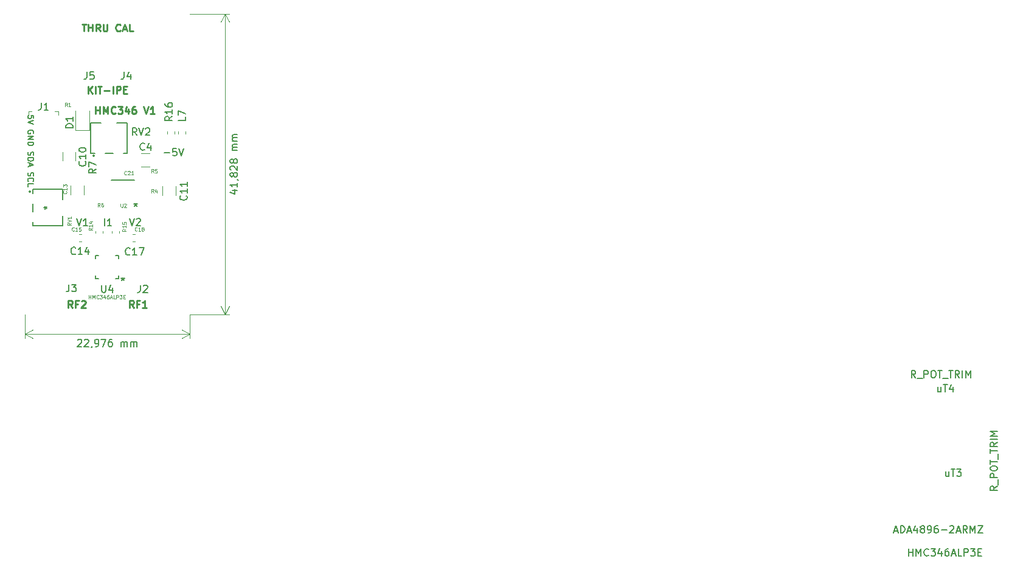
<source format=gbr>
%TF.GenerationSoftware,KiCad,Pcbnew,5.1.5-52549c5~84~ubuntu18.04.1*%
%TF.CreationDate,2020-02-04T18:59:04+01:00*%
%TF.ProjectId,HMC_RF_IPE,484d435f-5246-45f4-9950-452e6b696361,rev?*%
%TF.SameCoordinates,Original*%
%TF.FileFunction,Legend,Top*%
%TF.FilePolarity,Positive*%
%FSLAX46Y46*%
G04 Gerber Fmt 4.6, Leading zero omitted, Abs format (unit mm)*
G04 Created by KiCad (PCBNEW 5.1.5-52549c5~84~ubuntu18.04.1) date 2020-02-04 18:59:04*
%MOMM*%
%LPD*%
G04 APERTURE LIST*
%ADD10C,0.125000*%
%ADD11C,0.250000*%
%ADD12C,0.150000*%
%ADD13C,0.120000*%
%ADD14C,0.200000*%
%ADD15C,0.152400*%
%ADD16C,0.100000*%
G04 APERTURE END LIST*
D10*
X139819600Y-96509390D02*
X139819600Y-96009390D01*
X139819600Y-96247485D02*
X140105314Y-96247485D01*
X140105314Y-96509390D02*
X140105314Y-96009390D01*
X140343410Y-96509390D02*
X140343410Y-96009390D01*
X140510076Y-96366533D01*
X140676743Y-96009390D01*
X140676743Y-96509390D01*
X141200552Y-96461771D02*
X141176743Y-96485580D01*
X141105314Y-96509390D01*
X141057695Y-96509390D01*
X140986267Y-96485580D01*
X140938648Y-96437961D01*
X140914838Y-96390342D01*
X140891029Y-96295104D01*
X140891029Y-96223676D01*
X140914838Y-96128438D01*
X140938648Y-96080819D01*
X140986267Y-96033200D01*
X141057695Y-96009390D01*
X141105314Y-96009390D01*
X141176743Y-96033200D01*
X141200552Y-96057009D01*
X141367219Y-96009390D02*
X141676743Y-96009390D01*
X141510076Y-96199866D01*
X141581505Y-96199866D01*
X141629124Y-96223676D01*
X141652933Y-96247485D01*
X141676743Y-96295104D01*
X141676743Y-96414152D01*
X141652933Y-96461771D01*
X141629124Y-96485580D01*
X141581505Y-96509390D01*
X141438648Y-96509390D01*
X141391029Y-96485580D01*
X141367219Y-96461771D01*
X142105314Y-96176057D02*
X142105314Y-96509390D01*
X141986267Y-95985580D02*
X141867219Y-96342723D01*
X142176743Y-96342723D01*
X142581505Y-96009390D02*
X142486267Y-96009390D01*
X142438648Y-96033200D01*
X142414838Y-96057009D01*
X142367219Y-96128438D01*
X142343410Y-96223676D01*
X142343410Y-96414152D01*
X142367219Y-96461771D01*
X142391029Y-96485580D01*
X142438648Y-96509390D01*
X142533886Y-96509390D01*
X142581505Y-96485580D01*
X142605314Y-96461771D01*
X142629124Y-96414152D01*
X142629124Y-96295104D01*
X142605314Y-96247485D01*
X142581505Y-96223676D01*
X142533886Y-96199866D01*
X142438648Y-96199866D01*
X142391029Y-96223676D01*
X142367219Y-96247485D01*
X142343410Y-96295104D01*
X142819600Y-96366533D02*
X143057695Y-96366533D01*
X142771981Y-96509390D02*
X142938648Y-96009390D01*
X143105314Y-96509390D01*
X143510076Y-96509390D02*
X143271981Y-96509390D01*
X143271981Y-96009390D01*
X143676743Y-96509390D02*
X143676743Y-96009390D01*
X143867219Y-96009390D01*
X143914838Y-96033200D01*
X143938648Y-96057009D01*
X143962457Y-96104628D01*
X143962457Y-96176057D01*
X143938648Y-96223676D01*
X143914838Y-96247485D01*
X143867219Y-96271295D01*
X143676743Y-96271295D01*
X144129124Y-96009390D02*
X144438648Y-96009390D01*
X144271981Y-96199866D01*
X144343410Y-96199866D01*
X144391029Y-96223676D01*
X144414838Y-96247485D01*
X144438648Y-96295104D01*
X144438648Y-96414152D01*
X144414838Y-96461771D01*
X144391029Y-96485580D01*
X144343410Y-96509390D01*
X144200552Y-96509390D01*
X144152933Y-96485580D01*
X144129124Y-96461771D01*
X144652933Y-96247485D02*
X144819600Y-96247485D01*
X144891029Y-96509390D02*
X144652933Y-96509390D01*
X144652933Y-96009390D01*
X144891029Y-96009390D01*
D11*
X146068171Y-97755580D02*
X145734838Y-97279390D01*
X145496743Y-97755580D02*
X145496743Y-96755580D01*
X145877695Y-96755580D01*
X145972933Y-96803200D01*
X146020552Y-96850819D01*
X146068171Y-96946057D01*
X146068171Y-97088914D01*
X146020552Y-97184152D01*
X145972933Y-97231771D01*
X145877695Y-97279390D01*
X145496743Y-97279390D01*
X146830076Y-97231771D02*
X146496743Y-97231771D01*
X146496743Y-97755580D02*
X146496743Y-96755580D01*
X146972933Y-96755580D01*
X147877695Y-97755580D02*
X147306267Y-97755580D01*
X147591981Y-97755580D02*
X147591981Y-96755580D01*
X147496743Y-96898438D01*
X147401505Y-96993676D01*
X147306267Y-97041295D01*
X137558171Y-97775580D02*
X137224838Y-97299390D01*
X136986743Y-97775580D02*
X136986743Y-96775580D01*
X137367695Y-96775580D01*
X137462933Y-96823200D01*
X137510552Y-96870819D01*
X137558171Y-96966057D01*
X137558171Y-97108914D01*
X137510552Y-97204152D01*
X137462933Y-97251771D01*
X137367695Y-97299390D01*
X136986743Y-97299390D01*
X138320076Y-97251771D02*
X137986743Y-97251771D01*
X137986743Y-97775580D02*
X137986743Y-96775580D01*
X138462933Y-96775580D01*
X138796267Y-96870819D02*
X138843886Y-96823200D01*
X138939124Y-96775580D01*
X139177219Y-96775580D01*
X139272457Y-96823200D01*
X139320076Y-96870819D01*
X139367695Y-96966057D01*
X139367695Y-97061295D01*
X139320076Y-97204152D01*
X138748648Y-97775580D01*
X139367695Y-97775580D01*
D12*
X159839124Y-81443866D02*
X160505790Y-81443866D01*
X159458171Y-81681961D02*
X160172457Y-81920057D01*
X160172457Y-81301009D01*
X160505790Y-80396247D02*
X160505790Y-80967676D01*
X160505790Y-80681961D02*
X159505790Y-80681961D01*
X159648648Y-80777200D01*
X159743886Y-80872438D01*
X159791505Y-80967676D01*
X160458171Y-79920057D02*
X160505790Y-79920057D01*
X160601029Y-79967676D01*
X160648648Y-80015295D01*
X159934362Y-79348628D02*
X159886743Y-79443866D01*
X159839124Y-79491485D01*
X159743886Y-79539104D01*
X159696267Y-79539104D01*
X159601029Y-79491485D01*
X159553410Y-79443866D01*
X159505790Y-79348628D01*
X159505790Y-79158152D01*
X159553410Y-79062914D01*
X159601029Y-79015295D01*
X159696267Y-78967676D01*
X159743886Y-78967676D01*
X159839124Y-79015295D01*
X159886743Y-79062914D01*
X159934362Y-79158152D01*
X159934362Y-79348628D01*
X159981981Y-79443866D01*
X160029600Y-79491485D01*
X160124838Y-79539104D01*
X160315314Y-79539104D01*
X160410552Y-79491485D01*
X160458171Y-79443866D01*
X160505790Y-79348628D01*
X160505790Y-79158152D01*
X160458171Y-79062914D01*
X160410552Y-79015295D01*
X160315314Y-78967676D01*
X160124838Y-78967676D01*
X160029600Y-79015295D01*
X159981981Y-79062914D01*
X159934362Y-79158152D01*
X159601029Y-78586723D02*
X159553410Y-78539104D01*
X159505790Y-78443866D01*
X159505790Y-78205771D01*
X159553410Y-78110533D01*
X159601029Y-78062914D01*
X159696267Y-78015295D01*
X159791505Y-78015295D01*
X159934362Y-78062914D01*
X160505790Y-78634342D01*
X160505790Y-78015295D01*
X159934362Y-77443866D02*
X159886743Y-77539104D01*
X159839124Y-77586723D01*
X159743886Y-77634342D01*
X159696267Y-77634342D01*
X159601029Y-77586723D01*
X159553410Y-77539104D01*
X159505790Y-77443866D01*
X159505790Y-77253390D01*
X159553410Y-77158152D01*
X159601029Y-77110533D01*
X159696267Y-77062914D01*
X159743886Y-77062914D01*
X159839124Y-77110533D01*
X159886743Y-77158152D01*
X159934362Y-77253390D01*
X159934362Y-77443866D01*
X159981981Y-77539104D01*
X160029600Y-77586723D01*
X160124838Y-77634342D01*
X160315314Y-77634342D01*
X160410552Y-77586723D01*
X160458171Y-77539104D01*
X160505790Y-77443866D01*
X160505790Y-77253390D01*
X160458171Y-77158152D01*
X160410552Y-77110533D01*
X160315314Y-77062914D01*
X160124838Y-77062914D01*
X160029600Y-77110533D01*
X159981981Y-77158152D01*
X159934362Y-77253390D01*
X160505790Y-75872438D02*
X159839124Y-75872438D01*
X159934362Y-75872438D02*
X159886743Y-75824819D01*
X159839124Y-75729580D01*
X159839124Y-75586723D01*
X159886743Y-75491485D01*
X159981981Y-75443866D01*
X160505790Y-75443866D01*
X159981981Y-75443866D02*
X159886743Y-75396247D01*
X159839124Y-75301009D01*
X159839124Y-75158152D01*
X159886743Y-75062914D01*
X159981981Y-75015295D01*
X160505790Y-75015295D01*
X160505790Y-74539104D02*
X159839124Y-74539104D01*
X159934362Y-74539104D02*
X159886743Y-74491485D01*
X159839124Y-74396247D01*
X159839124Y-74253390D01*
X159886743Y-74158152D01*
X159981981Y-74110533D01*
X160505790Y-74110533D01*
X159981981Y-74110533D02*
X159886743Y-74062914D01*
X159839124Y-73967676D01*
X159839124Y-73824819D01*
X159886743Y-73729580D01*
X159981981Y-73681961D01*
X160505790Y-73681961D01*
D13*
X158783410Y-98691200D02*
X158783410Y-56863200D01*
X153891410Y-98691200D02*
X159369831Y-98691200D01*
X153891410Y-56863200D02*
X159369831Y-56863200D01*
X158783410Y-56863200D02*
X159369831Y-57989704D01*
X158783410Y-56863200D02*
X158196989Y-57989704D01*
X158783410Y-98691200D02*
X159369831Y-97564696D01*
X158783410Y-98691200D02*
X158196989Y-97564696D01*
D12*
X138262262Y-102268384D02*
X138309858Y-102220742D01*
X138405074Y-102173078D01*
X138643169Y-102172964D01*
X138738430Y-102220537D01*
X138786072Y-102268133D01*
X138833736Y-102363349D01*
X138833782Y-102458587D01*
X138786231Y-102601467D01*
X138215076Y-103173169D01*
X138834124Y-103172872D01*
X139214643Y-102267928D02*
X139262239Y-102220286D01*
X139357455Y-102172622D01*
X139595550Y-102172508D01*
X139690811Y-102220081D01*
X139738453Y-102267677D01*
X139786117Y-102362893D01*
X139786163Y-102458131D01*
X139738612Y-102601011D01*
X139167457Y-103172713D01*
X139786505Y-103172416D01*
X140262672Y-103124569D02*
X140262695Y-103172188D01*
X140215122Y-103267449D01*
X140167525Y-103315091D01*
X140738886Y-103171960D02*
X140929362Y-103171869D01*
X141024577Y-103124205D01*
X141072173Y-103076563D01*
X141167343Y-102933660D01*
X141214871Y-102743161D01*
X141214688Y-102362209D01*
X141167024Y-102266993D01*
X141119382Y-102219397D01*
X141024121Y-102171824D01*
X140833645Y-102171915D01*
X140738430Y-102219579D01*
X140690833Y-102267221D01*
X140643260Y-102362482D01*
X140643374Y-102600577D01*
X140691039Y-102695793D01*
X140738680Y-102743389D01*
X140833941Y-102790962D01*
X141024417Y-102790871D01*
X141119633Y-102743207D01*
X141167229Y-102695565D01*
X141214802Y-102600304D01*
X141547931Y-102171573D02*
X142214597Y-102171254D01*
X141786505Y-103171459D01*
X143024121Y-102170866D02*
X142833645Y-102170957D01*
X142738429Y-102218622D01*
X142690833Y-102266264D01*
X142595663Y-102409167D01*
X142548136Y-102599666D01*
X142548318Y-102980618D01*
X142595983Y-103075833D01*
X142643624Y-103123429D01*
X142738885Y-103171003D01*
X142929362Y-103170912D01*
X143024577Y-103123247D01*
X143072173Y-103075605D01*
X143119747Y-102980344D01*
X143119633Y-102742249D01*
X143071968Y-102647034D01*
X143024326Y-102599438D01*
X142929065Y-102551864D01*
X142738589Y-102551955D01*
X142643374Y-102599620D01*
X142595777Y-102647262D01*
X142548204Y-102742523D01*
X144310314Y-103170250D02*
X144309995Y-102503584D01*
X144310040Y-102598822D02*
X144357636Y-102551180D01*
X144452852Y-102503515D01*
X144595709Y-102503447D01*
X144690970Y-102551021D01*
X144738634Y-102646236D01*
X144738885Y-103170045D01*
X144738634Y-102646236D02*
X144786208Y-102550975D01*
X144881423Y-102503310D01*
X145024280Y-102503242D01*
X145119541Y-102550815D01*
X145167206Y-102646031D01*
X145167457Y-103169840D01*
X145643647Y-103169612D02*
X145643328Y-102502946D01*
X145643373Y-102598184D02*
X145690970Y-102550542D01*
X145786185Y-102502877D01*
X145929042Y-102502809D01*
X146024303Y-102550382D01*
X146071968Y-102645597D01*
X146072218Y-103169407D01*
X146071968Y-102645597D02*
X146119541Y-102550337D01*
X146214756Y-102502672D01*
X146357613Y-102502604D01*
X146452874Y-102550177D01*
X146500539Y-102645392D01*
X146500790Y-103169202D01*
D13*
X130916728Y-101454282D02*
X153892728Y-101443282D01*
X130915410Y-98702200D02*
X130917008Y-102040702D01*
X153891410Y-98691200D02*
X153893008Y-102029702D01*
X153892728Y-101443282D02*
X152766505Y-102030242D01*
X153892728Y-101443282D02*
X152765944Y-100857401D01*
X130916728Y-101454282D02*
X132043512Y-102040163D01*
X130916728Y-101454282D02*
X132042951Y-100867322D01*
D14*
X132151505Y-71404152D02*
X132151505Y-71023200D01*
X131770552Y-70985104D01*
X131808648Y-71023200D01*
X131846743Y-71099390D01*
X131846743Y-71289866D01*
X131808648Y-71366057D01*
X131770552Y-71404152D01*
X131694362Y-71442247D01*
X131503886Y-71442247D01*
X131427695Y-71404152D01*
X131389600Y-71366057D01*
X131351505Y-71289866D01*
X131351505Y-71099390D01*
X131389600Y-71023200D01*
X131427695Y-70985104D01*
X132151505Y-71670819D02*
X131351505Y-71937485D01*
X132151505Y-72204152D01*
X132113410Y-73499390D02*
X132151505Y-73423200D01*
X132151505Y-73308914D01*
X132113410Y-73194628D01*
X132037219Y-73118438D01*
X131961029Y-73080342D01*
X131808648Y-73042247D01*
X131694362Y-73042247D01*
X131541981Y-73080342D01*
X131465790Y-73118438D01*
X131389600Y-73194628D01*
X131351505Y-73308914D01*
X131351505Y-73385104D01*
X131389600Y-73499390D01*
X131427695Y-73537485D01*
X131694362Y-73537485D01*
X131694362Y-73385104D01*
X131351505Y-73880342D02*
X132151505Y-73880342D01*
X131351505Y-74337485D01*
X132151505Y-74337485D01*
X131351505Y-74718438D02*
X132151505Y-74718438D01*
X132151505Y-74908914D01*
X132113410Y-75023200D01*
X132037219Y-75099390D01*
X131961029Y-75137485D01*
X131808648Y-75175580D01*
X131694362Y-75175580D01*
X131541981Y-75137485D01*
X131465790Y-75099390D01*
X131389600Y-75023200D01*
X131351505Y-74908914D01*
X131351505Y-74718438D01*
X131389600Y-76089866D02*
X131351505Y-76204152D01*
X131351505Y-76394628D01*
X131389600Y-76470819D01*
X131427695Y-76508914D01*
X131503886Y-76547009D01*
X131580076Y-76547009D01*
X131656267Y-76508914D01*
X131694362Y-76470819D01*
X131732457Y-76394628D01*
X131770552Y-76242247D01*
X131808648Y-76166057D01*
X131846743Y-76127961D01*
X131922933Y-76089866D01*
X131999124Y-76089866D01*
X132075314Y-76127961D01*
X132113410Y-76166057D01*
X132151505Y-76242247D01*
X132151505Y-76432723D01*
X132113410Y-76547009D01*
X131351505Y-76889866D02*
X132151505Y-76889866D01*
X132151505Y-77080342D01*
X132113410Y-77194628D01*
X132037219Y-77270819D01*
X131961029Y-77308914D01*
X131808648Y-77347009D01*
X131694362Y-77347009D01*
X131541981Y-77308914D01*
X131465790Y-77270819D01*
X131389600Y-77194628D01*
X131351505Y-77080342D01*
X131351505Y-76889866D01*
X131580076Y-77651771D02*
X131580076Y-78032723D01*
X131351505Y-77575580D02*
X132151505Y-77842247D01*
X131351505Y-78108914D01*
X131389600Y-78947009D02*
X131351505Y-79061295D01*
X131351505Y-79251771D01*
X131389600Y-79327961D01*
X131427695Y-79366057D01*
X131503886Y-79404152D01*
X131580076Y-79404152D01*
X131656267Y-79366057D01*
X131694362Y-79327961D01*
X131732457Y-79251771D01*
X131770552Y-79099390D01*
X131808648Y-79023200D01*
X131846743Y-78985104D01*
X131922933Y-78947009D01*
X131999124Y-78947009D01*
X132075314Y-78985104D01*
X132113410Y-79023200D01*
X132151505Y-79099390D01*
X132151505Y-79289866D01*
X132113410Y-79404152D01*
X131427695Y-80204152D02*
X131389600Y-80166057D01*
X131351505Y-80051771D01*
X131351505Y-79975580D01*
X131389600Y-79861295D01*
X131465790Y-79785104D01*
X131541981Y-79747009D01*
X131694362Y-79708914D01*
X131808648Y-79708914D01*
X131961029Y-79747009D01*
X132037219Y-79785104D01*
X132113410Y-79861295D01*
X132151505Y-79975580D01*
X132151505Y-80051771D01*
X132113410Y-80166057D01*
X132075314Y-80204152D01*
X131351505Y-80927961D02*
X131351505Y-80547009D01*
X132151505Y-80547009D01*
D11*
X138875790Y-58295580D02*
X139447219Y-58295580D01*
X139161505Y-59295580D02*
X139161505Y-58295580D01*
X139780552Y-59295580D02*
X139780552Y-58295580D01*
X139780552Y-58771771D02*
X140351981Y-58771771D01*
X140351981Y-59295580D02*
X140351981Y-58295580D01*
X141399600Y-59295580D02*
X141066267Y-58819390D01*
X140828171Y-59295580D02*
X140828171Y-58295580D01*
X141209124Y-58295580D01*
X141304362Y-58343200D01*
X141351981Y-58390819D01*
X141399600Y-58486057D01*
X141399600Y-58628914D01*
X141351981Y-58724152D01*
X141304362Y-58771771D01*
X141209124Y-58819390D01*
X140828171Y-58819390D01*
X141828171Y-58295580D02*
X141828171Y-59105104D01*
X141875790Y-59200342D01*
X141923410Y-59247961D01*
X142018648Y-59295580D01*
X142209124Y-59295580D01*
X142304362Y-59247961D01*
X142351981Y-59200342D01*
X142399600Y-59105104D01*
X142399600Y-58295580D01*
X144209124Y-59200342D02*
X144161505Y-59247961D01*
X144018648Y-59295580D01*
X143923410Y-59295580D01*
X143780552Y-59247961D01*
X143685314Y-59152723D01*
X143637695Y-59057485D01*
X143590076Y-58867009D01*
X143590076Y-58724152D01*
X143637695Y-58533676D01*
X143685314Y-58438438D01*
X143780552Y-58343200D01*
X143923410Y-58295580D01*
X144018648Y-58295580D01*
X144161505Y-58343200D01*
X144209124Y-58390819D01*
X144590076Y-59009866D02*
X145066267Y-59009866D01*
X144494838Y-59295580D02*
X144828171Y-58295580D01*
X145161505Y-59295580D01*
X145971029Y-59295580D02*
X145494838Y-59295580D01*
X145494838Y-58295580D01*
X139732933Y-67945580D02*
X139732933Y-66945580D01*
X140304362Y-67945580D02*
X139875790Y-67374152D01*
X140304362Y-66945580D02*
X139732933Y-67517009D01*
X140732933Y-67945580D02*
X140732933Y-66945580D01*
X141066267Y-66945580D02*
X141637695Y-66945580D01*
X141351981Y-67945580D02*
X141351981Y-66945580D01*
X141971029Y-67564628D02*
X142732933Y-67564628D01*
X143209124Y-67945580D02*
X143209124Y-66945580D01*
X143685314Y-67945580D02*
X143685314Y-66945580D01*
X144066267Y-66945580D01*
X144161505Y-66993200D01*
X144209124Y-67040819D01*
X144256743Y-67136057D01*
X144256743Y-67278914D01*
X144209124Y-67374152D01*
X144161505Y-67421771D01*
X144066267Y-67469390D01*
X143685314Y-67469390D01*
X144685314Y-67421771D02*
X145018648Y-67421771D01*
X145161505Y-67945580D02*
X144685314Y-67945580D01*
X144685314Y-66945580D01*
X145161505Y-66945580D01*
X140776981Y-70775580D02*
X140776981Y-69775580D01*
X140776981Y-70251771D02*
X141348410Y-70251771D01*
X141348410Y-70775580D02*
X141348410Y-69775580D01*
X141824600Y-70775580D02*
X141824600Y-69775580D01*
X142157933Y-70489866D01*
X142491267Y-69775580D01*
X142491267Y-70775580D01*
X143538886Y-70680342D02*
X143491267Y-70727961D01*
X143348410Y-70775580D01*
X143253171Y-70775580D01*
X143110314Y-70727961D01*
X143015076Y-70632723D01*
X142967457Y-70537485D01*
X142919838Y-70347009D01*
X142919838Y-70204152D01*
X142967457Y-70013676D01*
X143015076Y-69918438D01*
X143110314Y-69823200D01*
X143253171Y-69775580D01*
X143348410Y-69775580D01*
X143491267Y-69823200D01*
X143538886Y-69870819D01*
X143872219Y-69775580D02*
X144491267Y-69775580D01*
X144157933Y-70156533D01*
X144300790Y-70156533D01*
X144396029Y-70204152D01*
X144443648Y-70251771D01*
X144491267Y-70347009D01*
X144491267Y-70585104D01*
X144443648Y-70680342D01*
X144396029Y-70727961D01*
X144300790Y-70775580D01*
X144015076Y-70775580D01*
X143919838Y-70727961D01*
X143872219Y-70680342D01*
X145348410Y-70108914D02*
X145348410Y-70775580D01*
X145110314Y-69727961D02*
X144872219Y-70442247D01*
X145491267Y-70442247D01*
X146300790Y-69775580D02*
X146110314Y-69775580D01*
X146015076Y-69823200D01*
X145967457Y-69870819D01*
X145872219Y-70013676D01*
X145824600Y-70204152D01*
X145824600Y-70585104D01*
X145872219Y-70680342D01*
X145919838Y-70727961D01*
X146015076Y-70775580D01*
X146205552Y-70775580D01*
X146300790Y-70727961D01*
X146348410Y-70680342D01*
X146396029Y-70585104D01*
X146396029Y-70347009D01*
X146348410Y-70251771D01*
X146300790Y-70204152D01*
X146205552Y-70156533D01*
X146015076Y-70156533D01*
X145919838Y-70204152D01*
X145872219Y-70251771D01*
X145824600Y-70347009D01*
X147443648Y-69775580D02*
X147776981Y-70775580D01*
X148110314Y-69775580D01*
X148967457Y-70775580D02*
X148396029Y-70775580D01*
X148681743Y-70775580D02*
X148681743Y-69775580D01*
X148586505Y-69918438D01*
X148491267Y-70013676D01*
X148396029Y-70061295D01*
D15*
%TO.C,U4*%
X143590151Y-93750200D02*
X144014410Y-93750200D01*
X140760410Y-93325941D02*
X140760410Y-93750200D01*
X141184669Y-90496200D02*
X140760410Y-90496200D01*
X144014410Y-90920459D02*
X144014410Y-90496200D01*
X144014410Y-93750200D02*
X144014410Y-93325941D01*
X140760410Y-93750200D02*
X141184669Y-93750200D01*
X140760410Y-90496200D02*
X140760410Y-90920459D01*
X144014410Y-90496200D02*
X143590151Y-90496200D01*
%TO.C,RV2*%
X140608410Y-76631200D02*
G75*
G03X140608410Y-76631200I-127000J0D01*
G01*
X144637850Y-76256700D02*
X145181410Y-76256700D01*
X141521270Y-72065700D02*
X140101410Y-72065700D01*
X142097850Y-76256700D02*
X143184970Y-76256700D01*
X140101410Y-76256700D02*
X140644970Y-76256700D01*
X145181410Y-72065700D02*
X143761550Y-72065700D01*
X145181410Y-72065700D02*
X145181410Y-76256700D01*
X140101410Y-72065700D02*
X140101410Y-76256700D01*
%TO.C,RV1*%
X131745410Y-81601200D02*
G75*
G03X131745410Y-81601200I-127000J0D01*
G01*
X132002910Y-85844640D02*
X132002910Y-86388200D01*
X136193910Y-82728060D02*
X136193910Y-81308200D01*
X132002910Y-83304640D02*
X132002910Y-84391760D01*
X132002910Y-81308200D02*
X132002910Y-81851760D01*
X136193910Y-86388200D02*
X136193910Y-84968340D01*
X136193910Y-86388200D02*
X132002910Y-86388200D01*
X136193910Y-81308200D02*
X132002910Y-81308200D01*
D13*
%TO.C,R16*%
X151733410Y-73585979D02*
X151733410Y-73260421D01*
X150713410Y-73585979D02*
X150713410Y-73260421D01*
%TO.C,R15*%
X143013410Y-87080421D02*
X143013410Y-87405979D01*
X144033410Y-87080421D02*
X144033410Y-87405979D01*
%TO.C,R14*%
X140783410Y-87070421D02*
X140783410Y-87395979D01*
X141803410Y-87070421D02*
X141803410Y-87395979D01*
D15*
%TO.C,U2*%
X146193610Y-79993000D02*
X142993210Y-79993000D01*
D13*
%TO.C,C10*%
X136143410Y-76099136D02*
X136143410Y-77303264D01*
X137963410Y-76099136D02*
X137963410Y-77303264D01*
%TO.C,L7*%
X152283410Y-73260421D02*
X152283410Y-73585979D01*
X153303410Y-73260421D02*
X153303410Y-73585979D01*
%TO.C,C18*%
X145940631Y-88553200D02*
X146266189Y-88553200D01*
X145940631Y-87533200D02*
X146266189Y-87533200D01*
%TO.C,C15*%
X138788689Y-87523200D02*
X138463131Y-87523200D01*
X138788689Y-88543200D02*
X138463131Y-88543200D01*
D16*
%TO.C,J1*%
X135623410Y-70423200D02*
X135123410Y-70423200D01*
X135623410Y-70423200D02*
X135623410Y-70923200D01*
X131403410Y-70433200D02*
X131903410Y-70433200D01*
X131403410Y-70433200D02*
X131403410Y-70933200D01*
D13*
%TO.C,D1*%
X139883410Y-73033200D02*
X139883410Y-70348200D01*
X137963410Y-73033200D02*
X139883410Y-73033200D01*
X137963410Y-70348200D02*
X137963410Y-73033200D01*
%TO.C,C13*%
X139133410Y-82005264D02*
X139133410Y-80801136D01*
X137313410Y-82005264D02*
X137313410Y-80801136D01*
%TO.C,C11*%
X151893410Y-82085264D02*
X151893410Y-80881136D01*
X150073410Y-82085264D02*
X150073410Y-80881136D01*
%TO.C,C4*%
X148323474Y-76288200D02*
X147119346Y-76288200D01*
X148323474Y-78108200D02*
X147119346Y-78108200D01*
%TO.C,U4*%
D12*
X141625505Y-94623580D02*
X141625505Y-95433104D01*
X141673124Y-95528342D01*
X141720743Y-95575961D01*
X141815981Y-95623580D01*
X142006457Y-95623580D01*
X142101695Y-95575961D01*
X142149314Y-95528342D01*
X142196933Y-95433104D01*
X142196933Y-94623580D01*
X143101695Y-94956914D02*
X143101695Y-95623580D01*
X142863600Y-94575961D02*
X142625505Y-95290247D01*
X143244552Y-95290247D01*
X253955790Y-132305580D02*
X253955790Y-131305580D01*
X253955790Y-131781771D02*
X254527219Y-131781771D01*
X254527219Y-132305580D02*
X254527219Y-131305580D01*
X255003410Y-132305580D02*
X255003410Y-131305580D01*
X255336743Y-132019866D01*
X255670076Y-131305580D01*
X255670076Y-132305580D01*
X256717695Y-132210342D02*
X256670076Y-132257961D01*
X256527219Y-132305580D01*
X256431981Y-132305580D01*
X256289124Y-132257961D01*
X256193886Y-132162723D01*
X256146267Y-132067485D01*
X256098648Y-131877009D01*
X256098648Y-131734152D01*
X256146267Y-131543676D01*
X256193886Y-131448438D01*
X256289124Y-131353200D01*
X256431981Y-131305580D01*
X256527219Y-131305580D01*
X256670076Y-131353200D01*
X256717695Y-131400819D01*
X257051029Y-131305580D02*
X257670076Y-131305580D01*
X257336743Y-131686533D01*
X257479600Y-131686533D01*
X257574838Y-131734152D01*
X257622457Y-131781771D01*
X257670076Y-131877009D01*
X257670076Y-132115104D01*
X257622457Y-132210342D01*
X257574838Y-132257961D01*
X257479600Y-132305580D01*
X257193886Y-132305580D01*
X257098648Y-132257961D01*
X257051029Y-132210342D01*
X258527219Y-131638914D02*
X258527219Y-132305580D01*
X258289124Y-131257961D02*
X258051029Y-131972247D01*
X258670076Y-131972247D01*
X259479600Y-131305580D02*
X259289124Y-131305580D01*
X259193886Y-131353200D01*
X259146267Y-131400819D01*
X259051029Y-131543676D01*
X259003410Y-131734152D01*
X259003410Y-132115104D01*
X259051029Y-132210342D01*
X259098648Y-132257961D01*
X259193886Y-132305580D01*
X259384362Y-132305580D01*
X259479600Y-132257961D01*
X259527219Y-132210342D01*
X259574838Y-132115104D01*
X259574838Y-131877009D01*
X259527219Y-131781771D01*
X259479600Y-131734152D01*
X259384362Y-131686533D01*
X259193886Y-131686533D01*
X259098648Y-131734152D01*
X259051029Y-131781771D01*
X259003410Y-131877009D01*
X259955790Y-132019866D02*
X260431981Y-132019866D01*
X259860552Y-132305580D02*
X260193886Y-131305580D01*
X260527219Y-132305580D01*
X261336743Y-132305580D02*
X260860552Y-132305580D01*
X260860552Y-131305580D01*
X261670076Y-132305580D02*
X261670076Y-131305580D01*
X262051029Y-131305580D01*
X262146267Y-131353200D01*
X262193886Y-131400819D01*
X262241505Y-131496057D01*
X262241505Y-131638914D01*
X262193886Y-131734152D01*
X262146267Y-131781771D01*
X262051029Y-131829390D01*
X261670076Y-131829390D01*
X262574838Y-131305580D02*
X263193886Y-131305580D01*
X262860552Y-131686533D01*
X263003410Y-131686533D01*
X263098648Y-131734152D01*
X263146267Y-131781771D01*
X263193886Y-131877009D01*
X263193886Y-132115104D01*
X263146267Y-132210342D01*
X263098648Y-132257961D01*
X263003410Y-132305580D01*
X262717695Y-132305580D01*
X262622457Y-132257961D01*
X262574838Y-132210342D01*
X263622457Y-131781771D02*
X263955790Y-131781771D01*
X264098648Y-132305580D02*
X263622457Y-132305580D01*
X263622457Y-131305580D01*
X264098648Y-131305580D01*
X144573410Y-93525580D02*
X144573410Y-93763676D01*
X144335314Y-93668438D02*
X144573410Y-93763676D01*
X144811505Y-93668438D01*
X144430552Y-93954152D02*
X144573410Y-93763676D01*
X144716267Y-93954152D01*
X144573410Y-93525580D02*
X144573410Y-93763676D01*
X144335314Y-93668438D02*
X144573410Y-93763676D01*
X144811505Y-93668438D01*
X144430552Y-93954152D02*
X144573410Y-93763676D01*
X144716267Y-93954152D01*
%TO.C,RV2*%
D14*
X146488171Y-73755580D02*
X146154838Y-73279390D01*
X145916743Y-73755580D02*
X145916743Y-72755580D01*
X146297695Y-72755580D01*
X146392933Y-72803200D01*
X146440552Y-72850819D01*
X146488171Y-72946057D01*
X146488171Y-73088914D01*
X146440552Y-73184152D01*
X146392933Y-73231771D01*
X146297695Y-73279390D01*
X145916743Y-73279390D01*
X146773886Y-72755580D02*
X147107219Y-73755580D01*
X147440552Y-72755580D01*
X147726267Y-72850819D02*
X147773886Y-72803200D01*
X147869124Y-72755580D01*
X148107219Y-72755580D01*
X148202457Y-72803200D01*
X148250076Y-72850819D01*
X148297695Y-72946057D01*
X148297695Y-73041295D01*
X148250076Y-73184152D01*
X147678648Y-73755580D01*
X148297695Y-73755580D01*
D12*
X254915790Y-107495580D02*
X254582457Y-107019390D01*
X254344362Y-107495580D02*
X254344362Y-106495580D01*
X254725314Y-106495580D01*
X254820552Y-106543200D01*
X254868171Y-106590819D01*
X254915790Y-106686057D01*
X254915790Y-106828914D01*
X254868171Y-106924152D01*
X254820552Y-106971771D01*
X254725314Y-107019390D01*
X254344362Y-107019390D01*
X255106267Y-107590819D02*
X255868171Y-107590819D01*
X256106267Y-107495580D02*
X256106267Y-106495580D01*
X256487219Y-106495580D01*
X256582457Y-106543200D01*
X256630076Y-106590819D01*
X256677695Y-106686057D01*
X256677695Y-106828914D01*
X256630076Y-106924152D01*
X256582457Y-106971771D01*
X256487219Y-107019390D01*
X256106267Y-107019390D01*
X257296743Y-106495580D02*
X257487219Y-106495580D01*
X257582457Y-106543200D01*
X257677695Y-106638438D01*
X257725314Y-106828914D01*
X257725314Y-107162247D01*
X257677695Y-107352723D01*
X257582457Y-107447961D01*
X257487219Y-107495580D01*
X257296743Y-107495580D01*
X257201505Y-107447961D01*
X257106267Y-107352723D01*
X257058648Y-107162247D01*
X257058648Y-106828914D01*
X257106267Y-106638438D01*
X257201505Y-106543200D01*
X257296743Y-106495580D01*
X258011029Y-106495580D02*
X258582457Y-106495580D01*
X258296743Y-107495580D02*
X258296743Y-106495580D01*
X258677695Y-107590819D02*
X259439600Y-107590819D01*
X259534838Y-106495580D02*
X260106267Y-106495580D01*
X259820552Y-107495580D02*
X259820552Y-106495580D01*
X261011029Y-107495580D02*
X260677695Y-107019390D01*
X260439600Y-107495580D02*
X260439600Y-106495580D01*
X260820552Y-106495580D01*
X260915790Y-106543200D01*
X260963410Y-106590819D01*
X261011029Y-106686057D01*
X261011029Y-106828914D01*
X260963410Y-106924152D01*
X260915790Y-106971771D01*
X260820552Y-107019390D01*
X260439600Y-107019390D01*
X261439600Y-107495580D02*
X261439600Y-106495580D01*
X261915790Y-107495580D02*
X261915790Y-106495580D01*
X262249124Y-107209866D01*
X262582457Y-106495580D01*
X262582457Y-107495580D01*
%TO.C,RV1*%
D10*
X137349600Y-85980819D02*
X137111505Y-86147485D01*
X137349600Y-86266533D02*
X136849600Y-86266533D01*
X136849600Y-86076057D01*
X136873410Y-86028438D01*
X136897219Y-86004628D01*
X136944838Y-85980819D01*
X137016267Y-85980819D01*
X137063886Y-86004628D01*
X137087695Y-86028438D01*
X137111505Y-86076057D01*
X137111505Y-86266533D01*
X136849600Y-85837961D02*
X137349600Y-85671295D01*
X136849600Y-85504628D01*
X137349600Y-85076057D02*
X137349600Y-85361771D01*
X137349600Y-85218914D02*
X136849600Y-85218914D01*
X136921029Y-85266533D01*
X136968648Y-85314152D01*
X136992457Y-85361771D01*
D12*
X266305790Y-122610819D02*
X265829600Y-122944152D01*
X266305790Y-123182247D02*
X265305790Y-123182247D01*
X265305790Y-122801295D01*
X265353410Y-122706057D01*
X265401029Y-122658438D01*
X265496267Y-122610819D01*
X265639124Y-122610819D01*
X265734362Y-122658438D01*
X265781981Y-122706057D01*
X265829600Y-122801295D01*
X265829600Y-123182247D01*
X266401029Y-122420342D02*
X266401029Y-121658438D01*
X266305790Y-121420342D02*
X265305790Y-121420342D01*
X265305790Y-121039390D01*
X265353410Y-120944152D01*
X265401029Y-120896533D01*
X265496267Y-120848914D01*
X265639124Y-120848914D01*
X265734362Y-120896533D01*
X265781981Y-120944152D01*
X265829600Y-121039390D01*
X265829600Y-121420342D01*
X265305790Y-120229866D02*
X265305790Y-120039390D01*
X265353410Y-119944152D01*
X265448648Y-119848914D01*
X265639124Y-119801295D01*
X265972457Y-119801295D01*
X266162933Y-119848914D01*
X266258171Y-119944152D01*
X266305790Y-120039390D01*
X266305790Y-120229866D01*
X266258171Y-120325104D01*
X266162933Y-120420342D01*
X265972457Y-120467961D01*
X265639124Y-120467961D01*
X265448648Y-120420342D01*
X265353410Y-120325104D01*
X265305790Y-120229866D01*
X265305790Y-119515580D02*
X265305790Y-118944152D01*
X266305790Y-119229866D02*
X265305790Y-119229866D01*
X266401029Y-118848914D02*
X266401029Y-118087009D01*
X265305790Y-117991771D02*
X265305790Y-117420342D01*
X266305790Y-117706057D02*
X265305790Y-117706057D01*
X266305790Y-116515580D02*
X265829600Y-116848914D01*
X266305790Y-117087009D02*
X265305790Y-117087009D01*
X265305790Y-116706057D01*
X265353410Y-116610819D01*
X265401029Y-116563200D01*
X265496267Y-116515580D01*
X265639124Y-116515580D01*
X265734362Y-116563200D01*
X265781981Y-116610819D01*
X265829600Y-116706057D01*
X265829600Y-117087009D01*
X266305790Y-116087009D02*
X265305790Y-116087009D01*
X266305790Y-115610819D02*
X265305790Y-115610819D01*
X266020076Y-115277485D01*
X265305790Y-114944152D01*
X266305790Y-114944152D01*
X133550790Y-83848200D02*
X133788886Y-83848200D01*
X133693648Y-84086295D02*
X133788886Y-83848200D01*
X133693648Y-83610104D01*
X133979362Y-83991057D02*
X133788886Y-83848200D01*
X133979362Y-83705342D01*
%TO.C,uT4*%
X258430552Y-108808914D02*
X258430552Y-109475580D01*
X258001981Y-108808914D02*
X258001981Y-109332723D01*
X258049600Y-109427961D01*
X258144838Y-109475580D01*
X258287695Y-109475580D01*
X258382933Y-109427961D01*
X258430552Y-109380342D01*
X258763886Y-108475580D02*
X259335314Y-108475580D01*
X259049600Y-109475580D02*
X259049600Y-108475580D01*
X260097219Y-108808914D02*
X260097219Y-109475580D01*
X259859124Y-108427961D02*
X259621029Y-109142247D01*
X260240076Y-109142247D01*
%TO.C,uT3*%
X259510552Y-120568914D02*
X259510552Y-121235580D01*
X259081981Y-120568914D02*
X259081981Y-121092723D01*
X259129600Y-121187961D01*
X259224838Y-121235580D01*
X259367695Y-121235580D01*
X259462933Y-121187961D01*
X259510552Y-121140342D01*
X259843886Y-120235580D02*
X260415314Y-120235580D01*
X260129600Y-121235580D02*
X260129600Y-120235580D01*
X260653410Y-120235580D02*
X261272457Y-120235580D01*
X260939124Y-120616533D01*
X261081981Y-120616533D01*
X261177219Y-120664152D01*
X261224838Y-120711771D01*
X261272457Y-120807009D01*
X261272457Y-121045104D01*
X261224838Y-121140342D01*
X261177219Y-121187961D01*
X261081981Y-121235580D01*
X260796267Y-121235580D01*
X260701029Y-121187961D01*
X260653410Y-121140342D01*
%TO.C,R16*%
X151450790Y-71141057D02*
X150974600Y-71474390D01*
X151450790Y-71712485D02*
X150450790Y-71712485D01*
X150450790Y-71331533D01*
X150498410Y-71236295D01*
X150546029Y-71188676D01*
X150641267Y-71141057D01*
X150784124Y-71141057D01*
X150879362Y-71188676D01*
X150926981Y-71236295D01*
X150974600Y-71331533D01*
X150974600Y-71712485D01*
X151450790Y-70188676D02*
X151450790Y-70760104D01*
X151450790Y-70474390D02*
X150450790Y-70474390D01*
X150593648Y-70569628D01*
X150688886Y-70664866D01*
X150736505Y-70760104D01*
X150450790Y-69331533D02*
X150450790Y-69522009D01*
X150498410Y-69617247D01*
X150546029Y-69664866D01*
X150688886Y-69760104D01*
X150879362Y-69807723D01*
X151260314Y-69807723D01*
X151355552Y-69760104D01*
X151403171Y-69712485D01*
X151450790Y-69617247D01*
X151450790Y-69426771D01*
X151403171Y-69331533D01*
X151355552Y-69283914D01*
X151260314Y-69236295D01*
X151022219Y-69236295D01*
X150926981Y-69283914D01*
X150879362Y-69331533D01*
X150831743Y-69426771D01*
X150831743Y-69617247D01*
X150879362Y-69712485D01*
X150926981Y-69760104D01*
X151022219Y-69807723D01*
%TO.C,R15*%
D10*
X145019600Y-86804628D02*
X144781505Y-86971295D01*
X145019600Y-87090342D02*
X144519600Y-87090342D01*
X144519600Y-86899866D01*
X144543410Y-86852247D01*
X144567219Y-86828438D01*
X144614838Y-86804628D01*
X144686267Y-86804628D01*
X144733886Y-86828438D01*
X144757695Y-86852247D01*
X144781505Y-86899866D01*
X144781505Y-87090342D01*
X145019600Y-86328438D02*
X145019600Y-86614152D01*
X145019600Y-86471295D02*
X144519600Y-86471295D01*
X144591029Y-86518914D01*
X144638648Y-86566533D01*
X144662457Y-86614152D01*
X144519600Y-85876057D02*
X144519600Y-86114152D01*
X144757695Y-86137961D01*
X144733886Y-86114152D01*
X144710076Y-86066533D01*
X144710076Y-85947485D01*
X144733886Y-85899866D01*
X144757695Y-85876057D01*
X144805314Y-85852247D01*
X144924362Y-85852247D01*
X144971981Y-85876057D01*
X144995790Y-85899866D01*
X145019600Y-85947485D01*
X145019600Y-86066533D01*
X144995790Y-86114152D01*
X144971981Y-86137961D01*
%TO.C,R14*%
X140309600Y-86694628D02*
X140071505Y-86861295D01*
X140309600Y-86980342D02*
X139809600Y-86980342D01*
X139809600Y-86789866D01*
X139833410Y-86742247D01*
X139857219Y-86718438D01*
X139904838Y-86694628D01*
X139976267Y-86694628D01*
X140023886Y-86718438D01*
X140047695Y-86742247D01*
X140071505Y-86789866D01*
X140071505Y-86980342D01*
X140309600Y-86218438D02*
X140309600Y-86504152D01*
X140309600Y-86361295D02*
X139809600Y-86361295D01*
X139881029Y-86408914D01*
X139928648Y-86456533D01*
X139952457Y-86504152D01*
X139976267Y-85789866D02*
X140309600Y-85789866D01*
X139785790Y-85908914D02*
X140142933Y-86027961D01*
X140142933Y-85718438D01*
%TO.C,U2*%
X144267457Y-83274390D02*
X144267457Y-83679152D01*
X144291267Y-83726771D01*
X144315076Y-83750580D01*
X144362695Y-83774390D01*
X144457933Y-83774390D01*
X144505552Y-83750580D01*
X144529362Y-83726771D01*
X144553171Y-83679152D01*
X144553171Y-83274390D01*
X144767457Y-83322009D02*
X144791267Y-83298200D01*
X144838886Y-83274390D01*
X144957933Y-83274390D01*
X145005552Y-83298200D01*
X145029362Y-83322009D01*
X145053171Y-83369628D01*
X145053171Y-83417247D01*
X145029362Y-83488676D01*
X144743648Y-83774390D01*
X145053171Y-83774390D01*
D12*
X251930552Y-128809866D02*
X252406743Y-128809866D01*
X251835314Y-129095580D02*
X252168648Y-128095580D01*
X252501981Y-129095580D01*
X252835314Y-129095580D02*
X252835314Y-128095580D01*
X253073410Y-128095580D01*
X253216267Y-128143200D01*
X253311505Y-128238438D01*
X253359124Y-128333676D01*
X253406743Y-128524152D01*
X253406743Y-128667009D01*
X253359124Y-128857485D01*
X253311505Y-128952723D01*
X253216267Y-129047961D01*
X253073410Y-129095580D01*
X252835314Y-129095580D01*
X253787695Y-128809866D02*
X254263886Y-128809866D01*
X253692457Y-129095580D02*
X254025790Y-128095580D01*
X254359124Y-129095580D01*
X255121029Y-128428914D02*
X255121029Y-129095580D01*
X254882933Y-128047961D02*
X254644838Y-128762247D01*
X255263886Y-128762247D01*
X255787695Y-128524152D02*
X255692457Y-128476533D01*
X255644838Y-128428914D01*
X255597219Y-128333676D01*
X255597219Y-128286057D01*
X255644838Y-128190819D01*
X255692457Y-128143200D01*
X255787695Y-128095580D01*
X255978171Y-128095580D01*
X256073410Y-128143200D01*
X256121029Y-128190819D01*
X256168648Y-128286057D01*
X256168648Y-128333676D01*
X256121029Y-128428914D01*
X256073410Y-128476533D01*
X255978171Y-128524152D01*
X255787695Y-128524152D01*
X255692457Y-128571771D01*
X255644838Y-128619390D01*
X255597219Y-128714628D01*
X255597219Y-128905104D01*
X255644838Y-129000342D01*
X255692457Y-129047961D01*
X255787695Y-129095580D01*
X255978171Y-129095580D01*
X256073410Y-129047961D01*
X256121029Y-129000342D01*
X256168648Y-128905104D01*
X256168648Y-128714628D01*
X256121029Y-128619390D01*
X256073410Y-128571771D01*
X255978171Y-128524152D01*
X256644838Y-129095580D02*
X256835314Y-129095580D01*
X256930552Y-129047961D01*
X256978171Y-129000342D01*
X257073410Y-128857485D01*
X257121029Y-128667009D01*
X257121029Y-128286057D01*
X257073410Y-128190819D01*
X257025790Y-128143200D01*
X256930552Y-128095580D01*
X256740076Y-128095580D01*
X256644838Y-128143200D01*
X256597219Y-128190819D01*
X256549600Y-128286057D01*
X256549600Y-128524152D01*
X256597219Y-128619390D01*
X256644838Y-128667009D01*
X256740076Y-128714628D01*
X256930552Y-128714628D01*
X257025790Y-128667009D01*
X257073410Y-128619390D01*
X257121029Y-128524152D01*
X257978171Y-128095580D02*
X257787695Y-128095580D01*
X257692457Y-128143200D01*
X257644838Y-128190819D01*
X257549600Y-128333676D01*
X257501981Y-128524152D01*
X257501981Y-128905104D01*
X257549600Y-129000342D01*
X257597219Y-129047961D01*
X257692457Y-129095580D01*
X257882933Y-129095580D01*
X257978171Y-129047961D01*
X258025790Y-129000342D01*
X258073410Y-128905104D01*
X258073410Y-128667009D01*
X258025790Y-128571771D01*
X257978171Y-128524152D01*
X257882933Y-128476533D01*
X257692457Y-128476533D01*
X257597219Y-128524152D01*
X257549600Y-128571771D01*
X257501981Y-128667009D01*
X258501981Y-128714628D02*
X259263886Y-128714628D01*
X259692457Y-128190819D02*
X259740076Y-128143200D01*
X259835314Y-128095580D01*
X260073410Y-128095580D01*
X260168648Y-128143200D01*
X260216267Y-128190819D01*
X260263886Y-128286057D01*
X260263886Y-128381295D01*
X260216267Y-128524152D01*
X259644838Y-129095580D01*
X260263886Y-129095580D01*
X260644838Y-128809866D02*
X261121029Y-128809866D01*
X260549600Y-129095580D02*
X260882933Y-128095580D01*
X261216267Y-129095580D01*
X262121029Y-129095580D02*
X261787695Y-128619390D01*
X261549600Y-129095580D02*
X261549600Y-128095580D01*
X261930552Y-128095580D01*
X262025790Y-128143200D01*
X262073410Y-128190819D01*
X262121029Y-128286057D01*
X262121029Y-128428914D01*
X262073410Y-128524152D01*
X262025790Y-128571771D01*
X261930552Y-128619390D01*
X261549600Y-128619390D01*
X262549600Y-129095580D02*
X262549600Y-128095580D01*
X262882933Y-128809866D01*
X263216267Y-128095580D01*
X263216267Y-129095580D01*
X263597219Y-128095580D02*
X264263886Y-128095580D01*
X263597219Y-129095580D01*
X264263886Y-129095580D01*
X146343410Y-83185580D02*
X146343410Y-83423676D01*
X146105314Y-83328438D02*
X146343410Y-83423676D01*
X146581505Y-83328438D01*
X146200552Y-83614152D02*
X146343410Y-83423676D01*
X146486267Y-83614152D01*
X146343410Y-83185580D02*
X146343410Y-83423676D01*
X146105314Y-83328438D02*
X146343410Y-83423676D01*
X146581505Y-83328438D01*
X146200552Y-83614152D02*
X146343410Y-83423676D01*
X146486267Y-83614152D01*
%TO.C,C10*%
X139340552Y-77406057D02*
X139388171Y-77453676D01*
X139435790Y-77596533D01*
X139435790Y-77691771D01*
X139388171Y-77834628D01*
X139292933Y-77929866D01*
X139197695Y-77977485D01*
X139007219Y-78025104D01*
X138864362Y-78025104D01*
X138673886Y-77977485D01*
X138578648Y-77929866D01*
X138483410Y-77834628D01*
X138435790Y-77691771D01*
X138435790Y-77596533D01*
X138483410Y-77453676D01*
X138531029Y-77406057D01*
X139435790Y-76453676D02*
X139435790Y-77025104D01*
X139435790Y-76739390D02*
X138435790Y-76739390D01*
X138578648Y-76834628D01*
X138673886Y-76929866D01*
X138721505Y-77025104D01*
X138435790Y-75834628D02*
X138435790Y-75739390D01*
X138483410Y-75644152D01*
X138531029Y-75596533D01*
X138626267Y-75548914D01*
X138816743Y-75501295D01*
X139054838Y-75501295D01*
X139245314Y-75548914D01*
X139340552Y-75596533D01*
X139388171Y-75644152D01*
X139435790Y-75739390D01*
X139435790Y-75834628D01*
X139388171Y-75929866D01*
X139340552Y-75977485D01*
X139245314Y-76025104D01*
X139054838Y-76072723D01*
X138816743Y-76072723D01*
X138626267Y-76025104D01*
X138531029Y-75977485D01*
X138483410Y-75929866D01*
X138435790Y-75834628D01*
%TO.C,L7*%
X153300790Y-71214866D02*
X153300790Y-71691057D01*
X152300790Y-71691057D01*
X152300790Y-70976771D02*
X152300790Y-70310104D01*
X153300790Y-70738676D01*
%TO.C,C21*%
D10*
X145076981Y-79201771D02*
X145053171Y-79225580D01*
X144981743Y-79249390D01*
X144934124Y-79249390D01*
X144862695Y-79225580D01*
X144815076Y-79177961D01*
X144791267Y-79130342D01*
X144767457Y-79035104D01*
X144767457Y-78963676D01*
X144791267Y-78868438D01*
X144815076Y-78820819D01*
X144862695Y-78773200D01*
X144934124Y-78749390D01*
X144981743Y-78749390D01*
X145053171Y-78773200D01*
X145076981Y-78797009D01*
X145267457Y-78797009D02*
X145291267Y-78773200D01*
X145338886Y-78749390D01*
X145457933Y-78749390D01*
X145505552Y-78773200D01*
X145529362Y-78797009D01*
X145553171Y-78844628D01*
X145553171Y-78892247D01*
X145529362Y-78963676D01*
X145243648Y-79249390D01*
X145553171Y-79249390D01*
X146029362Y-79249390D02*
X145743648Y-79249390D01*
X145886505Y-79249390D02*
X145886505Y-78749390D01*
X145838886Y-78820819D01*
X145791267Y-78868438D01*
X145743648Y-78892247D01*
%TO.C,C18*%
X146541981Y-87021771D02*
X146518171Y-87045580D01*
X146446743Y-87069390D01*
X146399124Y-87069390D01*
X146327695Y-87045580D01*
X146280076Y-86997961D01*
X146256267Y-86950342D01*
X146232457Y-86855104D01*
X146232457Y-86783676D01*
X146256267Y-86688438D01*
X146280076Y-86640819D01*
X146327695Y-86593200D01*
X146399124Y-86569390D01*
X146446743Y-86569390D01*
X146518171Y-86593200D01*
X146541981Y-86617009D01*
X147018171Y-87069390D02*
X146732457Y-87069390D01*
X146875314Y-87069390D02*
X146875314Y-86569390D01*
X146827695Y-86640819D01*
X146780076Y-86688438D01*
X146732457Y-86712247D01*
X147303886Y-86783676D02*
X147256267Y-86759866D01*
X147232457Y-86736057D01*
X147208648Y-86688438D01*
X147208648Y-86664628D01*
X147232457Y-86617009D01*
X147256267Y-86593200D01*
X147303886Y-86569390D01*
X147399124Y-86569390D01*
X147446743Y-86593200D01*
X147470552Y-86617009D01*
X147494362Y-86664628D01*
X147494362Y-86688438D01*
X147470552Y-86736057D01*
X147446743Y-86759866D01*
X147399124Y-86783676D01*
X147303886Y-86783676D01*
X147256267Y-86807485D01*
X147232457Y-86831295D01*
X147208648Y-86878914D01*
X147208648Y-86974152D01*
X147232457Y-87021771D01*
X147256267Y-87045580D01*
X147303886Y-87069390D01*
X147399124Y-87069390D01*
X147446743Y-87045580D01*
X147470552Y-87021771D01*
X147494362Y-86974152D01*
X147494362Y-86878914D01*
X147470552Y-86831295D01*
X147446743Y-86807485D01*
X147399124Y-86783676D01*
%TO.C,C15*%
X137771981Y-87031771D02*
X137748171Y-87055580D01*
X137676743Y-87079390D01*
X137629124Y-87079390D01*
X137557695Y-87055580D01*
X137510076Y-87007961D01*
X137486267Y-86960342D01*
X137462457Y-86865104D01*
X137462457Y-86793676D01*
X137486267Y-86698438D01*
X137510076Y-86650819D01*
X137557695Y-86603200D01*
X137629124Y-86579390D01*
X137676743Y-86579390D01*
X137748171Y-86603200D01*
X137771981Y-86627009D01*
X138248171Y-87079390D02*
X137962457Y-87079390D01*
X138105314Y-87079390D02*
X138105314Y-86579390D01*
X138057695Y-86650819D01*
X138010076Y-86698438D01*
X137962457Y-86722247D01*
X138700552Y-86579390D02*
X138462457Y-86579390D01*
X138438648Y-86817485D01*
X138462457Y-86793676D01*
X138510076Y-86769866D01*
X138629124Y-86769866D01*
X138676743Y-86793676D01*
X138700552Y-86817485D01*
X138724362Y-86865104D01*
X138724362Y-86984152D01*
X138700552Y-87031771D01*
X138676743Y-87055580D01*
X138629124Y-87079390D01*
X138510076Y-87079390D01*
X138462457Y-87055580D01*
X138438648Y-87031771D01*
%TO.C,R7*%
D12*
X140825790Y-78449866D02*
X140349600Y-78783200D01*
X140825790Y-79021295D02*
X139825790Y-79021295D01*
X139825790Y-78640342D01*
X139873410Y-78545104D01*
X139921029Y-78497485D01*
X140016267Y-78449866D01*
X140159124Y-78449866D01*
X140254362Y-78497485D01*
X140301981Y-78545104D01*
X140349600Y-78640342D01*
X140349600Y-79021295D01*
X139825790Y-78116533D02*
X139825790Y-77449866D01*
X140825790Y-77878438D01*
%TO.C,R5*%
D10*
X148850076Y-78989390D02*
X148683410Y-78751295D01*
X148564362Y-78989390D02*
X148564362Y-78489390D01*
X148754838Y-78489390D01*
X148802457Y-78513200D01*
X148826267Y-78537009D01*
X148850076Y-78584628D01*
X148850076Y-78656057D01*
X148826267Y-78703676D01*
X148802457Y-78727485D01*
X148754838Y-78751295D01*
X148564362Y-78751295D01*
X149302457Y-78489390D02*
X149064362Y-78489390D01*
X149040552Y-78727485D01*
X149064362Y-78703676D01*
X149111981Y-78679866D01*
X149231029Y-78679866D01*
X149278648Y-78703676D01*
X149302457Y-78727485D01*
X149326267Y-78775104D01*
X149326267Y-78894152D01*
X149302457Y-78941771D01*
X149278648Y-78965580D01*
X149231029Y-78989390D01*
X149111981Y-78989390D01*
X149064362Y-78965580D01*
X149040552Y-78941771D01*
%TO.C,J1*%
D12*
X133190076Y-69250580D02*
X133190076Y-69964866D01*
X133142457Y-70107723D01*
X133047219Y-70202961D01*
X132904362Y-70250580D01*
X132809124Y-70250580D01*
X134190076Y-70250580D02*
X133618648Y-70250580D01*
X133904362Y-70250580D02*
X133904362Y-69250580D01*
X133809124Y-69393438D01*
X133713886Y-69488676D01*
X133618648Y-69536295D01*
%TO.C,J4*%
X144723486Y-64955780D02*
X144723486Y-65670066D01*
X144675867Y-65812923D01*
X144580629Y-65908161D01*
X144437772Y-65955780D01*
X144342534Y-65955780D01*
X145628248Y-65289114D02*
X145628248Y-65955780D01*
X145390153Y-64908161D02*
X145152058Y-65622447D01*
X145771105Y-65622447D01*
%TO.C,J5*%
X139553486Y-64955780D02*
X139553486Y-65670066D01*
X139505867Y-65812923D01*
X139410629Y-65908161D01*
X139267772Y-65955780D01*
X139172534Y-65955780D01*
X140505867Y-64955780D02*
X140029677Y-64955780D01*
X139982058Y-65431971D01*
X140029677Y-65384352D01*
X140124915Y-65336733D01*
X140363010Y-65336733D01*
X140458248Y-65384352D01*
X140505867Y-65431971D01*
X140553486Y-65527209D01*
X140553486Y-65765304D01*
X140505867Y-65860542D01*
X140458248Y-65908161D01*
X140363010Y-65955780D01*
X140124915Y-65955780D01*
X140029677Y-65908161D01*
X139982058Y-65860542D01*
%TO.C,J2*%
X147000076Y-94625580D02*
X147000076Y-95339866D01*
X146952457Y-95482723D01*
X146857219Y-95577961D01*
X146714362Y-95625580D01*
X146619124Y-95625580D01*
X147428648Y-94720819D02*
X147476267Y-94673200D01*
X147571505Y-94625580D01*
X147809600Y-94625580D01*
X147904838Y-94673200D01*
X147952457Y-94720819D01*
X148000076Y-94816057D01*
X148000076Y-94911295D01*
X147952457Y-95054152D01*
X147381029Y-95625580D01*
X148000076Y-95625580D01*
%TO.C,J3*%
X137070076Y-94525580D02*
X137070076Y-95239866D01*
X137022457Y-95382723D01*
X136927219Y-95477961D01*
X136784362Y-95525580D01*
X136689124Y-95525580D01*
X137451029Y-94525580D02*
X138070076Y-94525580D01*
X137736743Y-94906533D01*
X137879600Y-94906533D01*
X137974838Y-94954152D01*
X138022457Y-95001771D01*
X138070076Y-95097009D01*
X138070076Y-95335104D01*
X138022457Y-95430342D01*
X137974838Y-95477961D01*
X137879600Y-95525580D01*
X137593886Y-95525580D01*
X137498648Y-95477961D01*
X137451029Y-95430342D01*
%TO.C,D1*%
X137615790Y-72721295D02*
X136615790Y-72721295D01*
X136615790Y-72483200D01*
X136663410Y-72340342D01*
X136758648Y-72245104D01*
X136853886Y-72197485D01*
X137044362Y-72149866D01*
X137187219Y-72149866D01*
X137377695Y-72197485D01*
X137472933Y-72245104D01*
X137568171Y-72340342D01*
X137615790Y-72483200D01*
X137615790Y-72721295D01*
X137615790Y-71197485D02*
X137615790Y-71768914D01*
X137615790Y-71483200D02*
X136615790Y-71483200D01*
X136758648Y-71578438D01*
X136853886Y-71673676D01*
X136901505Y-71768914D01*
%TO.C,C13*%
D10*
X136701981Y-81564628D02*
X136725790Y-81588438D01*
X136749600Y-81659866D01*
X136749600Y-81707485D01*
X136725790Y-81778914D01*
X136678171Y-81826533D01*
X136630552Y-81850342D01*
X136535314Y-81874152D01*
X136463886Y-81874152D01*
X136368648Y-81850342D01*
X136321029Y-81826533D01*
X136273410Y-81778914D01*
X136249600Y-81707485D01*
X136249600Y-81659866D01*
X136273410Y-81588438D01*
X136297219Y-81564628D01*
X136749600Y-81088438D02*
X136749600Y-81374152D01*
X136749600Y-81231295D02*
X136249600Y-81231295D01*
X136321029Y-81278914D01*
X136368648Y-81326533D01*
X136392457Y-81374152D01*
X136249600Y-80921771D02*
X136249600Y-80612247D01*
X136440076Y-80778914D01*
X136440076Y-80707485D01*
X136463886Y-80659866D01*
X136487695Y-80636057D01*
X136535314Y-80612247D01*
X136654362Y-80612247D01*
X136701981Y-80636057D01*
X136725790Y-80659866D01*
X136749600Y-80707485D01*
X136749600Y-80850342D01*
X136725790Y-80897961D01*
X136701981Y-80921771D01*
%TO.C,C11*%
D12*
X153412552Y-82170057D02*
X153460171Y-82217676D01*
X153507790Y-82360533D01*
X153507790Y-82455771D01*
X153460171Y-82598628D01*
X153364933Y-82693866D01*
X153269695Y-82741485D01*
X153079219Y-82789104D01*
X152936362Y-82789104D01*
X152745886Y-82741485D01*
X152650648Y-82693866D01*
X152555410Y-82598628D01*
X152507790Y-82455771D01*
X152507790Y-82360533D01*
X152555410Y-82217676D01*
X152603029Y-82170057D01*
X153507790Y-81217676D02*
X153507790Y-81789104D01*
X153507790Y-81503390D02*
X152507790Y-81503390D01*
X152650648Y-81598628D01*
X152745886Y-81693866D01*
X152793505Y-81789104D01*
X153507790Y-80265295D02*
X153507790Y-80836723D01*
X153507790Y-80551009D02*
X152507790Y-80551009D01*
X152650648Y-80646247D01*
X152745886Y-80741485D01*
X152793505Y-80836723D01*
%TO.C,C4*%
X147584743Y-75755342D02*
X147537124Y-75802961D01*
X147394267Y-75850580D01*
X147299029Y-75850580D01*
X147156171Y-75802961D01*
X147060933Y-75707723D01*
X147013314Y-75612485D01*
X146965695Y-75422009D01*
X146965695Y-75279152D01*
X147013314Y-75088676D01*
X147060933Y-74993438D01*
X147156171Y-74898200D01*
X147299029Y-74850580D01*
X147394267Y-74850580D01*
X147537124Y-74898200D01*
X147584743Y-74945819D01*
X148441886Y-75183914D02*
X148441886Y-75850580D01*
X148203790Y-74802961D02*
X147965695Y-75517247D01*
X148584743Y-75517247D01*
%TO.C,I1*%
D14*
X141987219Y-86375580D02*
X141987219Y-85375580D01*
X142987219Y-86375580D02*
X142415790Y-86375580D01*
X142701505Y-86375580D02*
X142701505Y-85375580D01*
X142606267Y-85518438D01*
X142511029Y-85613676D01*
X142415790Y-85661295D01*
%TO.C,-5V*%
D12*
X150305695Y-76219628D02*
X151067600Y-76219628D01*
X152019981Y-75600580D02*
X151543790Y-75600580D01*
X151496171Y-76076771D01*
X151543790Y-76029152D01*
X151639029Y-75981533D01*
X151877124Y-75981533D01*
X151972362Y-76029152D01*
X152019981Y-76076771D01*
X152067600Y-76172009D01*
X152067600Y-76410104D01*
X152019981Y-76505342D01*
X151972362Y-76552961D01*
X151877124Y-76600580D01*
X151639029Y-76600580D01*
X151543790Y-76552961D01*
X151496171Y-76505342D01*
X152353314Y-75600580D02*
X152686648Y-76600580D01*
X153019981Y-75600580D01*
%TO.C,V1*%
X138123886Y-85345580D02*
X138457219Y-86345580D01*
X138790552Y-85345580D01*
X139647695Y-86345580D02*
X139076267Y-86345580D01*
X139361981Y-86345580D02*
X139361981Y-85345580D01*
X139266743Y-85488438D01*
X139171505Y-85583676D01*
X139076267Y-85631295D01*
%TO.C,V2*%
X145483886Y-85345580D02*
X145817219Y-86345580D01*
X146150552Y-85345580D01*
X146436267Y-85440819D02*
X146483886Y-85393200D01*
X146579124Y-85345580D01*
X146817219Y-85345580D01*
X146912457Y-85393200D01*
X146960076Y-85440819D01*
X147007695Y-85536057D01*
X147007695Y-85631295D01*
X146960076Y-85774152D01*
X146388648Y-86345580D01*
X147007695Y-86345580D01*
%TO.C,R1*%
D10*
X136825076Y-69724390D02*
X136658410Y-69486295D01*
X136539362Y-69724390D02*
X136539362Y-69224390D01*
X136729838Y-69224390D01*
X136777457Y-69248200D01*
X136801267Y-69272009D01*
X136825076Y-69319628D01*
X136825076Y-69391057D01*
X136801267Y-69438676D01*
X136777457Y-69462485D01*
X136729838Y-69486295D01*
X136539362Y-69486295D01*
X137301267Y-69724390D02*
X137015552Y-69724390D01*
X137158410Y-69724390D02*
X137158410Y-69224390D01*
X137110790Y-69295819D01*
X137063171Y-69343438D01*
X137015552Y-69367247D01*
%TO.C,R4*%
X148850076Y-81769390D02*
X148683410Y-81531295D01*
X148564362Y-81769390D02*
X148564362Y-81269390D01*
X148754838Y-81269390D01*
X148802457Y-81293200D01*
X148826267Y-81317009D01*
X148850076Y-81364628D01*
X148850076Y-81436057D01*
X148826267Y-81483676D01*
X148802457Y-81507485D01*
X148754838Y-81531295D01*
X148564362Y-81531295D01*
X149278648Y-81436057D02*
X149278648Y-81769390D01*
X149159600Y-81245580D02*
X149040552Y-81602723D01*
X149350076Y-81602723D01*
%TO.C,R6*%
X141380076Y-83699390D02*
X141213410Y-83461295D01*
X141094362Y-83699390D02*
X141094362Y-83199390D01*
X141284838Y-83199390D01*
X141332457Y-83223200D01*
X141356267Y-83247009D01*
X141380076Y-83294628D01*
X141380076Y-83366057D01*
X141356267Y-83413676D01*
X141332457Y-83437485D01*
X141284838Y-83461295D01*
X141094362Y-83461295D01*
X141808648Y-83199390D02*
X141713410Y-83199390D01*
X141665790Y-83223200D01*
X141641981Y-83247009D01*
X141594362Y-83318438D01*
X141570552Y-83413676D01*
X141570552Y-83604152D01*
X141594362Y-83651771D01*
X141618171Y-83675580D01*
X141665790Y-83699390D01*
X141761029Y-83699390D01*
X141808648Y-83675580D01*
X141832457Y-83651771D01*
X141856267Y-83604152D01*
X141856267Y-83485104D01*
X141832457Y-83437485D01*
X141808648Y-83413676D01*
X141761029Y-83389866D01*
X141665790Y-83389866D01*
X141618171Y-83413676D01*
X141594362Y-83437485D01*
X141570552Y-83485104D01*
%TO.C,C14*%
D12*
X137970552Y-90250342D02*
X137922933Y-90297961D01*
X137780076Y-90345580D01*
X137684838Y-90345580D01*
X137541981Y-90297961D01*
X137446743Y-90202723D01*
X137399124Y-90107485D01*
X137351505Y-89917009D01*
X137351505Y-89774152D01*
X137399124Y-89583676D01*
X137446743Y-89488438D01*
X137541981Y-89393200D01*
X137684838Y-89345580D01*
X137780076Y-89345580D01*
X137922933Y-89393200D01*
X137970552Y-89440819D01*
X138922933Y-90345580D02*
X138351505Y-90345580D01*
X138637219Y-90345580D02*
X138637219Y-89345580D01*
X138541981Y-89488438D01*
X138446743Y-89583676D01*
X138351505Y-89631295D01*
X139780076Y-89678914D02*
X139780076Y-90345580D01*
X139541981Y-89297961D02*
X139303886Y-90012247D01*
X139922933Y-90012247D01*
%TO.C,C17*%
X145550552Y-90340342D02*
X145502933Y-90387961D01*
X145360076Y-90435580D01*
X145264838Y-90435580D01*
X145121981Y-90387961D01*
X145026743Y-90292723D01*
X144979124Y-90197485D01*
X144931505Y-90007009D01*
X144931505Y-89864152D01*
X144979124Y-89673676D01*
X145026743Y-89578438D01*
X145121981Y-89483200D01*
X145264838Y-89435580D01*
X145360076Y-89435580D01*
X145502933Y-89483200D01*
X145550552Y-89530819D01*
X146502933Y-90435580D02*
X145931505Y-90435580D01*
X146217219Y-90435580D02*
X146217219Y-89435580D01*
X146121981Y-89578438D01*
X146026743Y-89673676D01*
X145931505Y-89721295D01*
X146836267Y-89435580D02*
X147502933Y-89435580D01*
X147074362Y-90435580D01*
%TD*%
M02*

</source>
